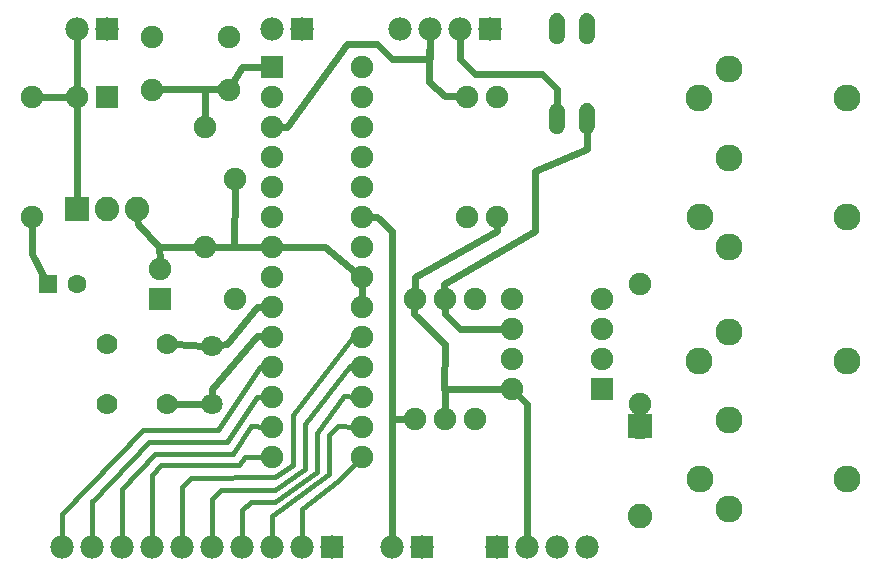
<source format=gtl>
G04 MADE WITH FRITZING*
G04 WWW.FRITZING.ORG*
G04 DOUBLE SIDED*
G04 HOLES PLATED*
G04 CONTOUR ON CENTER OF CONTOUR VECTOR*
%ASAXBY*%
%FSLAX23Y23*%
%MOIN*%
%OFA0B0*%
%SFA1.0B1.0*%
%ADD10C,0.075000*%
%ADD11C,0.062992*%
%ADD12C,0.078000*%
%ADD13C,0.070000*%
%ADD14C,0.070925*%
%ADD15C,0.070866*%
%ADD16C,0.082000*%
%ADD17C,0.090000*%
%ADD18C,0.052000*%
%ADD19R,0.062992X0.062992*%
%ADD20R,0.078000X0.078000*%
%ADD21R,0.075000X0.075000*%
%ADD22R,0.082000X0.082000*%
%ADD23C,0.024000*%
%ADD24C,0.016000*%
%ADD25R,0.001000X0.001000*%
%LNCOPPER1*%
G90*
G70*
G54D10*
X786Y910D03*
X786Y1310D03*
X111Y1185D03*
X111Y1585D03*
G54D11*
X162Y960D03*
X261Y960D03*
G54D12*
X1011Y1810D03*
X911Y1810D03*
X1661Y85D03*
X1761Y85D03*
X1861Y85D03*
X1961Y85D03*
G54D10*
X910Y1684D03*
X1210Y1684D03*
X910Y1584D03*
X1210Y1584D03*
X910Y1484D03*
X1210Y1484D03*
X910Y1384D03*
X1210Y1384D03*
X910Y1284D03*
X1210Y1284D03*
X910Y1184D03*
X1210Y1184D03*
X910Y1084D03*
X1210Y1084D03*
X910Y984D03*
X1210Y984D03*
X910Y884D03*
X1210Y884D03*
X910Y784D03*
X1210Y784D03*
X910Y684D03*
X1210Y684D03*
X910Y584D03*
X1210Y584D03*
X910Y484D03*
X1210Y484D03*
X910Y384D03*
X1210Y384D03*
G54D13*
X561Y760D03*
X361Y760D03*
X561Y560D03*
X361Y560D03*
G54D10*
X686Y1085D03*
X686Y1485D03*
X767Y1608D03*
X511Y1608D03*
X767Y1785D03*
X511Y1785D03*
G54D14*
X711Y753D03*
G54D15*
X711Y560D03*
G54D16*
X261Y1210D03*
X361Y1210D03*
X461Y1210D03*
G54D10*
X361Y1585D03*
X261Y1585D03*
X536Y910D03*
X536Y1010D03*
G54D12*
X361Y1810D03*
X261Y1810D03*
X1636Y1810D03*
X1536Y1810D03*
X1436Y1810D03*
X1336Y1810D03*
X1411Y85D03*
X1311Y85D03*
G54D10*
X1386Y910D03*
X1386Y510D03*
G54D12*
X1111Y85D03*
X1011Y85D03*
X911Y85D03*
X811Y85D03*
X711Y85D03*
X611Y85D03*
X511Y85D03*
X411Y85D03*
X311Y85D03*
X211Y85D03*
G54D17*
X2435Y507D03*
X2435Y801D03*
X2435Y210D03*
X2336Y310D03*
X2335Y704D03*
X2828Y310D03*
X2828Y704D03*
X2435Y507D03*
X2435Y801D03*
X2435Y210D03*
X2336Y310D03*
X2335Y704D03*
X2828Y310D03*
X2828Y704D03*
X2435Y1382D03*
X2435Y1676D03*
X2435Y1085D03*
X2336Y1185D03*
X2335Y1579D03*
X2828Y1185D03*
X2828Y1579D03*
X2435Y1382D03*
X2435Y1676D03*
X2435Y1085D03*
X2336Y1185D03*
X2335Y1579D03*
X2828Y1185D03*
X2828Y1579D03*
G54D18*
X1861Y1510D03*
X1961Y1510D03*
X1961Y1810D03*
X1861Y1810D03*
X1861Y1510D03*
X1961Y1510D03*
X1961Y1810D03*
X1861Y1810D03*
G54D10*
X1561Y1185D03*
X1561Y1585D03*
X1661Y1185D03*
X1661Y1585D03*
X2011Y610D03*
X1711Y610D03*
X2011Y710D03*
X1711Y710D03*
X2011Y810D03*
X1711Y810D03*
X2011Y910D03*
X1711Y910D03*
X1586Y510D03*
X1586Y910D03*
X1486Y510D03*
X1486Y910D03*
G54D16*
X2136Y485D03*
X2136Y187D03*
G54D10*
X2136Y960D03*
X2136Y560D03*
G54D19*
X162Y960D03*
G54D20*
X1011Y1810D03*
X1661Y85D03*
G54D21*
X910Y1684D03*
G54D22*
X261Y1210D03*
G54D21*
X361Y1585D03*
X536Y910D03*
G54D20*
X361Y1810D03*
X1636Y1810D03*
X1411Y85D03*
X1111Y85D03*
G54D21*
X2011Y610D03*
G54D22*
X2136Y486D03*
G54D23*
X785Y1085D02*
X786Y1282D01*
D02*
X882Y1084D02*
X785Y1085D01*
D02*
X761Y1611D02*
X740Y1619D01*
D02*
X261Y1242D02*
X260Y1511D01*
D02*
X260Y1511D02*
X261Y1557D01*
D02*
X261Y1614D02*
X261Y1780D01*
D02*
X111Y1160D02*
X111Y1157D01*
D02*
X110Y1060D02*
X111Y1160D01*
D02*
X150Y984D02*
X110Y1060D01*
D02*
X232Y1585D02*
X139Y1585D01*
D02*
X1486Y861D02*
X1536Y811D01*
D02*
X1536Y811D02*
X1682Y810D01*
D02*
X1486Y882D02*
X1486Y861D01*
D02*
X1311Y510D02*
X1357Y510D01*
D02*
X1311Y334D02*
X1311Y386D01*
D02*
X1311Y386D02*
X1311Y510D01*
D02*
X1311Y115D02*
X1311Y334D01*
D02*
X1485Y960D02*
X1485Y939D01*
D02*
X1386Y985D02*
X1661Y1136D01*
D02*
X1661Y1136D02*
X1661Y1157D01*
D02*
X1786Y1136D02*
X1485Y960D01*
D02*
X1386Y939D02*
X1386Y985D01*
D02*
X1261Y1184D02*
X1310Y1136D01*
D02*
X1311Y510D02*
X1357Y510D01*
D02*
X1311Y936D02*
X1311Y510D01*
D02*
X1310Y1136D02*
X1311Y936D01*
D02*
X1239Y1184D02*
X1261Y1184D01*
D02*
X1961Y1410D02*
X1786Y1336D01*
D02*
X1786Y1336D02*
X1786Y1136D01*
D02*
X1961Y1483D02*
X1961Y1410D01*
D02*
X1587Y1661D02*
X1536Y1710D01*
D02*
X1861Y1610D02*
X1811Y1661D01*
D02*
X1811Y1661D02*
X1587Y1661D01*
D02*
X1536Y1710D02*
X1536Y1780D01*
D02*
X1861Y1537D02*
X1861Y1610D01*
D02*
X1260Y1761D02*
X1160Y1761D01*
D02*
X1311Y1710D02*
X1260Y1761D01*
D02*
X1435Y1710D02*
X1311Y1710D01*
D02*
X1486Y1586D02*
X1435Y1635D01*
D02*
X1435Y1635D02*
X1436Y1780D01*
D02*
X960Y1485D02*
X939Y1484D01*
D02*
X1532Y1586D02*
X1486Y1586D01*
D02*
X1160Y1761D02*
X960Y1485D01*
D02*
X1436Y1780D02*
X1435Y1710D01*
D02*
X587Y759D02*
X684Y755D01*
D02*
X587Y560D02*
X684Y560D01*
D02*
X861Y786D02*
X882Y785D01*
D02*
X711Y611D02*
X861Y786D01*
D02*
X711Y587D02*
X711Y611D01*
D02*
X760Y761D02*
X737Y758D01*
D02*
X861Y885D02*
X760Y761D01*
D02*
X882Y885D02*
X861Y885D01*
G54D24*
D02*
X1011Y210D02*
X1011Y110D01*
D02*
X1130Y305D02*
X1011Y210D01*
D02*
X1194Y368D02*
X1130Y305D01*
D02*
X1101Y326D02*
X911Y186D01*
D02*
X911Y186D02*
X911Y110D01*
D02*
X1130Y486D02*
X1101Y456D01*
D02*
X1101Y456D02*
X1101Y326D01*
D02*
X1187Y484D02*
X1130Y486D01*
D02*
X810Y206D02*
X811Y135D01*
D02*
X920Y235D02*
X841Y235D01*
D02*
X841Y235D02*
X810Y206D01*
D02*
X1061Y335D02*
X920Y235D01*
D02*
X811Y135D02*
X811Y110D01*
D02*
X1060Y465D02*
X1061Y335D01*
D02*
X1151Y586D02*
X1060Y465D01*
D02*
X1187Y584D02*
X1151Y586D01*
D02*
X710Y135D02*
X710Y135D01*
D02*
X920Y275D02*
X1021Y345D01*
D02*
X741Y275D02*
X920Y275D01*
D02*
X711Y245D02*
X741Y275D01*
D02*
X710Y135D02*
X711Y245D01*
D02*
X1171Y686D02*
X1187Y685D01*
D02*
X1021Y495D02*
X1171Y686D01*
D02*
X1021Y345D02*
X1021Y495D01*
D02*
X711Y110D02*
X710Y135D01*
D02*
X980Y525D02*
X981Y356D01*
D02*
X611Y135D02*
X611Y110D01*
D02*
X611Y285D02*
X611Y135D01*
D02*
X920Y316D02*
X641Y315D01*
D02*
X641Y315D02*
X611Y285D01*
D02*
X981Y356D02*
X920Y316D01*
D02*
X1181Y785D02*
X980Y525D01*
D02*
X1187Y785D02*
X1181Y785D01*
G54D23*
D02*
X686Y1610D02*
X686Y1514D01*
D02*
X738Y1609D02*
X686Y1610D01*
D02*
X1760Y260D02*
X1761Y115D01*
D02*
X1760Y561D02*
X1760Y260D01*
D02*
X1731Y590D02*
X1760Y561D01*
D02*
X1210Y955D02*
X1210Y912D01*
D02*
X1086Y1084D02*
X939Y1084D01*
D02*
X1188Y1002D02*
X1086Y1084D01*
D02*
X810Y1685D02*
X781Y1633D01*
D02*
X882Y1684D02*
X810Y1685D01*
D02*
X462Y1161D02*
X461Y1178D01*
D02*
X535Y1085D02*
X462Y1161D01*
D02*
X536Y1039D02*
X535Y1085D01*
D02*
X535Y1085D02*
X657Y1085D01*
D02*
X536Y1039D02*
X535Y1085D01*
D02*
X882Y1084D02*
X714Y1085D01*
D02*
X535Y1611D02*
X686Y1610D01*
D02*
X761Y1611D02*
X740Y1619D01*
D02*
X686Y1610D02*
X761Y1611D01*
D02*
X539Y1611D02*
X535Y1611D01*
G54D24*
D02*
X871Y685D02*
X887Y685D01*
D02*
X731Y475D02*
X871Y685D01*
D02*
X211Y195D02*
X481Y475D01*
D02*
X481Y475D02*
X731Y475D01*
D02*
X211Y135D02*
X211Y195D01*
D02*
X211Y110D02*
X211Y135D01*
D02*
X861Y585D02*
X887Y584D01*
D02*
X761Y435D02*
X861Y585D01*
D02*
X500Y435D02*
X761Y435D01*
D02*
X311Y235D02*
X500Y435D01*
D02*
X311Y110D02*
X311Y236D01*
D02*
X521Y395D02*
X781Y395D01*
D02*
X840Y486D02*
X887Y484D01*
D02*
X781Y395D02*
X840Y486D01*
D02*
X410Y276D02*
X521Y395D01*
D02*
X411Y110D02*
X410Y276D01*
D02*
X800Y356D02*
X821Y385D01*
D02*
X821Y385D02*
X887Y384D01*
D02*
X540Y356D02*
X800Y356D01*
D02*
X511Y325D02*
X540Y356D01*
D02*
X511Y110D02*
X511Y325D01*
G54D23*
D02*
X1385Y861D02*
X1385Y882D01*
D02*
X1486Y760D02*
X1385Y861D01*
D02*
X1485Y610D02*
X1486Y760D01*
D02*
X1682Y610D02*
X1485Y610D01*
D02*
X1486Y610D02*
X1682Y610D01*
D02*
X1486Y539D02*
X1486Y610D01*
G54D25*
X1856Y1863D02*
X1864Y1863D01*
X1956Y1863D02*
X1963Y1863D01*
X1852Y1862D02*
X1868Y1862D01*
X1952Y1862D02*
X1967Y1862D01*
X1849Y1861D02*
X1870Y1861D01*
X1949Y1861D02*
X1970Y1861D01*
X1847Y1860D02*
X1872Y1860D01*
X1947Y1860D02*
X1972Y1860D01*
X1846Y1859D02*
X1874Y1859D01*
X1946Y1859D02*
X1974Y1859D01*
X1844Y1858D02*
X1875Y1858D01*
X1944Y1858D02*
X1975Y1858D01*
X1843Y1857D02*
X1876Y1857D01*
X1943Y1857D02*
X1976Y1857D01*
X1842Y1856D02*
X1877Y1856D01*
X1942Y1856D02*
X1977Y1856D01*
X1841Y1855D02*
X1878Y1855D01*
X1941Y1855D02*
X1978Y1855D01*
X1840Y1854D02*
X1879Y1854D01*
X1940Y1854D02*
X1979Y1854D01*
X1839Y1853D02*
X1880Y1853D01*
X1939Y1853D02*
X1980Y1853D01*
X1839Y1852D02*
X1881Y1852D01*
X1939Y1852D02*
X1981Y1852D01*
X1838Y1851D02*
X1881Y1851D01*
X1938Y1851D02*
X1981Y1851D01*
X1838Y1850D02*
X1882Y1850D01*
X1937Y1850D02*
X1982Y1850D01*
X1837Y1849D02*
X1882Y1849D01*
X1937Y1849D02*
X1982Y1849D01*
X1836Y1848D02*
X1883Y1848D01*
X1936Y1848D02*
X1983Y1848D01*
X1836Y1847D02*
X1883Y1847D01*
X1936Y1847D02*
X1983Y1847D01*
X1836Y1846D02*
X1884Y1846D01*
X1936Y1846D02*
X1984Y1846D01*
X1835Y1845D02*
X1884Y1845D01*
X1935Y1845D02*
X1984Y1845D01*
X1835Y1844D02*
X1884Y1844D01*
X1935Y1844D02*
X1984Y1844D01*
X1835Y1843D02*
X1885Y1843D01*
X1935Y1843D02*
X1985Y1843D01*
X1835Y1842D02*
X1885Y1842D01*
X1935Y1842D02*
X1985Y1842D01*
X1834Y1841D02*
X1885Y1841D01*
X1934Y1841D02*
X1985Y1841D01*
X1834Y1840D02*
X1885Y1840D01*
X1934Y1840D02*
X1985Y1840D01*
X1834Y1839D02*
X1885Y1839D01*
X1934Y1839D02*
X1985Y1839D01*
X1834Y1838D02*
X1885Y1838D01*
X1934Y1838D02*
X1985Y1838D01*
X1834Y1837D02*
X1885Y1837D01*
X1934Y1837D02*
X1985Y1837D01*
X1834Y1836D02*
X1885Y1836D01*
X1934Y1836D02*
X1985Y1836D01*
X1834Y1835D02*
X1885Y1835D01*
X1934Y1835D02*
X1985Y1835D01*
X1834Y1834D02*
X1885Y1834D01*
X1934Y1834D02*
X1985Y1834D01*
X1834Y1833D02*
X1885Y1833D01*
X1934Y1833D02*
X1985Y1833D01*
X1834Y1832D02*
X1885Y1832D01*
X1934Y1832D02*
X1985Y1832D01*
X1834Y1831D02*
X1885Y1831D01*
X1934Y1831D02*
X1985Y1831D01*
X1834Y1830D02*
X1885Y1830D01*
X1934Y1830D02*
X1985Y1830D01*
X1834Y1829D02*
X1885Y1829D01*
X1934Y1829D02*
X1985Y1829D01*
X1834Y1828D02*
X1885Y1828D01*
X1934Y1828D02*
X1985Y1828D01*
X1834Y1827D02*
X1856Y1827D01*
X1864Y1827D02*
X1885Y1827D01*
X1934Y1827D02*
X1956Y1827D01*
X1964Y1827D02*
X1985Y1827D01*
X1834Y1826D02*
X1853Y1826D01*
X1867Y1826D02*
X1885Y1826D01*
X1934Y1826D02*
X1953Y1826D01*
X1967Y1826D02*
X1985Y1826D01*
X1834Y1825D02*
X1851Y1825D01*
X1869Y1825D02*
X1885Y1825D01*
X1934Y1825D02*
X1951Y1825D01*
X1969Y1825D02*
X1985Y1825D01*
X1834Y1824D02*
X1849Y1824D01*
X1870Y1824D02*
X1885Y1824D01*
X1934Y1824D02*
X1949Y1824D01*
X1970Y1824D02*
X1985Y1824D01*
X1834Y1823D02*
X1848Y1823D01*
X1871Y1823D02*
X1885Y1823D01*
X1934Y1823D02*
X1948Y1823D01*
X1971Y1823D02*
X1985Y1823D01*
X1834Y1822D02*
X1847Y1822D01*
X1872Y1822D02*
X1885Y1822D01*
X1934Y1822D02*
X1947Y1822D01*
X1972Y1822D02*
X1985Y1822D01*
X1834Y1821D02*
X1846Y1821D01*
X1873Y1821D02*
X1885Y1821D01*
X1934Y1821D02*
X1946Y1821D01*
X1973Y1821D02*
X1985Y1821D01*
X1834Y1820D02*
X1846Y1820D01*
X1874Y1820D02*
X1885Y1820D01*
X1934Y1820D02*
X1946Y1820D01*
X1974Y1820D02*
X1985Y1820D01*
X1834Y1819D02*
X1845Y1819D01*
X1874Y1819D02*
X1885Y1819D01*
X1934Y1819D02*
X1945Y1819D01*
X1974Y1819D02*
X1985Y1819D01*
X1834Y1818D02*
X1845Y1818D01*
X1875Y1818D02*
X1885Y1818D01*
X1934Y1818D02*
X1945Y1818D01*
X1975Y1818D02*
X1985Y1818D01*
X1834Y1817D02*
X1844Y1817D01*
X1875Y1817D02*
X1885Y1817D01*
X1934Y1817D02*
X1944Y1817D01*
X1975Y1817D02*
X1985Y1817D01*
X1834Y1816D02*
X1844Y1816D01*
X1876Y1816D02*
X1885Y1816D01*
X1934Y1816D02*
X1944Y1816D01*
X1976Y1816D02*
X1985Y1816D01*
X1834Y1815D02*
X1844Y1815D01*
X1876Y1815D02*
X1885Y1815D01*
X1934Y1815D02*
X1944Y1815D01*
X1976Y1815D02*
X1985Y1815D01*
X1834Y1814D02*
X1843Y1814D01*
X1876Y1814D02*
X1885Y1814D01*
X1934Y1814D02*
X1943Y1814D01*
X1976Y1814D02*
X1985Y1814D01*
X1834Y1813D02*
X1843Y1813D01*
X1876Y1813D02*
X1885Y1813D01*
X1934Y1813D02*
X1943Y1813D01*
X1976Y1813D02*
X1985Y1813D01*
X1834Y1812D02*
X1843Y1812D01*
X1876Y1812D02*
X1885Y1812D01*
X1934Y1812D02*
X1943Y1812D01*
X1976Y1812D02*
X1985Y1812D01*
X1834Y1811D02*
X1843Y1811D01*
X1876Y1811D02*
X1885Y1811D01*
X1934Y1811D02*
X1943Y1811D01*
X1976Y1811D02*
X1985Y1811D01*
X1834Y1810D02*
X1843Y1810D01*
X1876Y1810D02*
X1885Y1810D01*
X1934Y1810D02*
X1943Y1810D01*
X1976Y1810D02*
X1985Y1810D01*
X1834Y1809D02*
X1843Y1809D01*
X1876Y1809D02*
X1885Y1809D01*
X1934Y1809D02*
X1943Y1809D01*
X1976Y1809D02*
X1985Y1809D01*
X1834Y1808D02*
X1844Y1808D01*
X1876Y1808D02*
X1885Y1808D01*
X1934Y1808D02*
X1944Y1808D01*
X1976Y1808D02*
X1985Y1808D01*
X1834Y1807D02*
X1844Y1807D01*
X1876Y1807D02*
X1885Y1807D01*
X1934Y1807D02*
X1944Y1807D01*
X1976Y1807D02*
X1985Y1807D01*
X1834Y1806D02*
X1844Y1806D01*
X1875Y1806D02*
X1885Y1806D01*
X1934Y1806D02*
X1944Y1806D01*
X1975Y1806D02*
X1985Y1806D01*
X1834Y1805D02*
X1845Y1805D01*
X1875Y1805D02*
X1885Y1805D01*
X1934Y1805D02*
X1945Y1805D01*
X1975Y1805D02*
X1985Y1805D01*
X1834Y1804D02*
X1845Y1804D01*
X1874Y1804D02*
X1885Y1804D01*
X1934Y1804D02*
X1945Y1804D01*
X1974Y1804D02*
X1985Y1804D01*
X1834Y1803D02*
X1846Y1803D01*
X1874Y1803D02*
X1885Y1803D01*
X1934Y1803D02*
X1946Y1803D01*
X1974Y1803D02*
X1985Y1803D01*
X1834Y1802D02*
X1846Y1802D01*
X1873Y1802D02*
X1885Y1802D01*
X1934Y1802D02*
X1946Y1802D01*
X1973Y1802D02*
X1985Y1802D01*
X1834Y1801D02*
X1847Y1801D01*
X1872Y1801D02*
X1885Y1801D01*
X1934Y1801D02*
X1947Y1801D01*
X1972Y1801D02*
X1985Y1801D01*
X1834Y1800D02*
X1848Y1800D01*
X1871Y1800D02*
X1885Y1800D01*
X1934Y1800D02*
X1948Y1800D01*
X1971Y1800D02*
X1985Y1800D01*
X1834Y1799D02*
X1849Y1799D01*
X1870Y1799D02*
X1885Y1799D01*
X1934Y1799D02*
X1949Y1799D01*
X1970Y1799D02*
X1985Y1799D01*
X1834Y1798D02*
X1850Y1798D01*
X1869Y1798D02*
X1885Y1798D01*
X1934Y1798D02*
X1950Y1798D01*
X1969Y1798D02*
X1985Y1798D01*
X1834Y1797D02*
X1852Y1797D01*
X1867Y1797D02*
X1885Y1797D01*
X1934Y1797D02*
X1952Y1797D01*
X1967Y1797D02*
X1985Y1797D01*
X1834Y1796D02*
X1855Y1796D01*
X1865Y1796D02*
X1885Y1796D01*
X1934Y1796D02*
X1955Y1796D01*
X1965Y1796D02*
X1985Y1796D01*
X1834Y1795D02*
X1885Y1795D01*
X1934Y1795D02*
X1985Y1795D01*
X1834Y1794D02*
X1885Y1794D01*
X1934Y1794D02*
X1985Y1794D01*
X1834Y1793D02*
X1885Y1793D01*
X1934Y1793D02*
X1985Y1793D01*
X1834Y1792D02*
X1885Y1792D01*
X1934Y1792D02*
X1985Y1792D01*
X1834Y1791D02*
X1885Y1791D01*
X1934Y1791D02*
X1985Y1791D01*
X1834Y1790D02*
X1885Y1790D01*
X1934Y1790D02*
X1985Y1790D01*
X1834Y1789D02*
X1885Y1789D01*
X1934Y1789D02*
X1985Y1789D01*
X1834Y1788D02*
X1885Y1788D01*
X1934Y1788D02*
X1985Y1788D01*
X1834Y1787D02*
X1885Y1787D01*
X1934Y1787D02*
X1985Y1787D01*
X1834Y1786D02*
X1885Y1786D01*
X1934Y1786D02*
X1985Y1786D01*
X1834Y1785D02*
X1885Y1785D01*
X1934Y1785D02*
X1985Y1785D01*
X1834Y1784D02*
X1885Y1784D01*
X1934Y1784D02*
X1985Y1784D01*
X1834Y1783D02*
X1885Y1783D01*
X1934Y1783D02*
X1985Y1783D01*
X1834Y1782D02*
X1885Y1782D01*
X1934Y1782D02*
X1985Y1782D01*
X1835Y1781D02*
X1885Y1781D01*
X1935Y1781D02*
X1985Y1781D01*
X1835Y1780D02*
X1885Y1780D01*
X1935Y1780D02*
X1985Y1780D01*
X1835Y1779D02*
X1884Y1779D01*
X1935Y1779D02*
X1984Y1779D01*
X1835Y1778D02*
X1884Y1778D01*
X1935Y1778D02*
X1984Y1778D01*
X1836Y1777D02*
X1884Y1777D01*
X1936Y1777D02*
X1984Y1777D01*
X1836Y1776D02*
X1883Y1776D01*
X1936Y1776D02*
X1983Y1776D01*
X1836Y1775D02*
X1883Y1775D01*
X1936Y1775D02*
X1983Y1775D01*
X1837Y1774D02*
X1883Y1774D01*
X1937Y1774D02*
X1983Y1774D01*
X1837Y1773D02*
X1882Y1773D01*
X1937Y1773D02*
X1982Y1773D01*
X1838Y1772D02*
X1882Y1772D01*
X1938Y1772D02*
X1981Y1772D01*
X1839Y1771D02*
X1881Y1771D01*
X1939Y1771D02*
X1981Y1771D01*
X1839Y1770D02*
X1880Y1770D01*
X1939Y1770D02*
X1980Y1770D01*
X1840Y1769D02*
X1879Y1769D01*
X1940Y1769D02*
X1979Y1769D01*
X1841Y1768D02*
X1879Y1768D01*
X1941Y1768D02*
X1979Y1768D01*
X1842Y1767D02*
X1878Y1767D01*
X1942Y1767D02*
X1978Y1767D01*
X1843Y1766D02*
X1877Y1766D01*
X1943Y1766D02*
X1977Y1766D01*
X1844Y1765D02*
X1875Y1765D01*
X1944Y1765D02*
X1975Y1765D01*
X1845Y1764D02*
X1874Y1764D01*
X1945Y1764D02*
X1974Y1764D01*
X1847Y1763D02*
X1872Y1763D01*
X1947Y1763D02*
X1972Y1763D01*
X1849Y1762D02*
X1871Y1762D01*
X1949Y1762D02*
X1971Y1762D01*
X1851Y1761D02*
X1868Y1761D01*
X1951Y1761D02*
X1968Y1761D01*
X1855Y1760D02*
X1865Y1760D01*
X1955Y1760D02*
X1965Y1760D01*
X1855Y1563D02*
X1864Y1563D01*
X1955Y1563D02*
X1964Y1563D01*
X1852Y1562D02*
X1868Y1562D01*
X1952Y1562D02*
X1968Y1562D01*
X1849Y1561D02*
X1870Y1561D01*
X1949Y1561D02*
X1970Y1561D01*
X1847Y1560D02*
X1872Y1560D01*
X1947Y1560D02*
X1972Y1560D01*
X1846Y1559D02*
X1874Y1559D01*
X1946Y1559D02*
X1974Y1559D01*
X1844Y1558D02*
X1875Y1558D01*
X1944Y1558D02*
X1975Y1558D01*
X1843Y1557D02*
X1876Y1557D01*
X1943Y1557D02*
X1976Y1557D01*
X1842Y1556D02*
X1877Y1556D01*
X1942Y1556D02*
X1977Y1556D01*
X1841Y1555D02*
X1878Y1555D01*
X1941Y1555D02*
X1978Y1555D01*
X1840Y1554D02*
X1879Y1554D01*
X1940Y1554D02*
X1979Y1554D01*
X1839Y1553D02*
X1880Y1553D01*
X1939Y1553D02*
X1980Y1553D01*
X1839Y1552D02*
X1881Y1552D01*
X1939Y1552D02*
X1981Y1552D01*
X1838Y1551D02*
X1881Y1551D01*
X1938Y1551D02*
X1981Y1551D01*
X1837Y1550D02*
X1882Y1550D01*
X1937Y1550D02*
X1982Y1550D01*
X1837Y1549D02*
X1883Y1549D01*
X1937Y1549D02*
X1982Y1549D01*
X1836Y1548D02*
X1883Y1548D01*
X1936Y1548D02*
X1983Y1548D01*
X1836Y1547D02*
X1883Y1547D01*
X1936Y1547D02*
X1983Y1547D01*
X1836Y1546D02*
X1884Y1546D01*
X1936Y1546D02*
X1984Y1546D01*
X1835Y1545D02*
X1884Y1545D01*
X1935Y1545D02*
X1984Y1545D01*
X1835Y1544D02*
X1884Y1544D01*
X1935Y1544D02*
X1984Y1544D01*
X1835Y1543D02*
X1885Y1543D01*
X1935Y1543D02*
X1985Y1543D01*
X1835Y1542D02*
X1885Y1542D01*
X1935Y1542D02*
X1985Y1542D01*
X1834Y1541D02*
X1885Y1541D01*
X1934Y1541D02*
X1985Y1541D01*
X1834Y1540D02*
X1885Y1540D01*
X1934Y1540D02*
X1985Y1540D01*
X1834Y1539D02*
X1885Y1539D01*
X1934Y1539D02*
X1985Y1539D01*
X1834Y1538D02*
X1885Y1538D01*
X1934Y1538D02*
X1985Y1538D01*
X1834Y1537D02*
X1885Y1537D01*
X1934Y1537D02*
X1985Y1537D01*
X1834Y1536D02*
X1885Y1536D01*
X1934Y1536D02*
X1985Y1536D01*
X1834Y1535D02*
X1885Y1535D01*
X1934Y1535D02*
X1985Y1535D01*
X1834Y1534D02*
X1885Y1534D01*
X1934Y1534D02*
X1985Y1534D01*
X1834Y1533D02*
X1885Y1533D01*
X1934Y1533D02*
X1985Y1533D01*
X1834Y1532D02*
X1885Y1532D01*
X1934Y1532D02*
X1985Y1532D01*
X1834Y1531D02*
X1885Y1531D01*
X1934Y1531D02*
X1985Y1531D01*
X1834Y1530D02*
X1885Y1530D01*
X1934Y1530D02*
X1985Y1530D01*
X1834Y1529D02*
X1885Y1529D01*
X1934Y1529D02*
X1985Y1529D01*
X1834Y1528D02*
X1885Y1528D01*
X1934Y1528D02*
X1985Y1528D01*
X1834Y1527D02*
X1856Y1527D01*
X1864Y1527D02*
X1885Y1527D01*
X1934Y1527D02*
X1956Y1527D01*
X1964Y1527D02*
X1985Y1527D01*
X1834Y1526D02*
X1853Y1526D01*
X1867Y1526D02*
X1885Y1526D01*
X1934Y1526D02*
X1953Y1526D01*
X1967Y1526D02*
X1985Y1526D01*
X1834Y1525D02*
X1851Y1525D01*
X1869Y1525D02*
X1885Y1525D01*
X1934Y1525D02*
X1951Y1525D01*
X1969Y1525D02*
X1985Y1525D01*
X1834Y1524D02*
X1849Y1524D01*
X1870Y1524D02*
X1885Y1524D01*
X1934Y1524D02*
X1949Y1524D01*
X1970Y1524D02*
X1985Y1524D01*
X1834Y1523D02*
X1848Y1523D01*
X1871Y1523D02*
X1885Y1523D01*
X1934Y1523D02*
X1948Y1523D01*
X1971Y1523D02*
X1985Y1523D01*
X1834Y1522D02*
X1847Y1522D01*
X1872Y1522D02*
X1885Y1522D01*
X1934Y1522D02*
X1947Y1522D01*
X1972Y1522D02*
X1985Y1522D01*
X1834Y1521D02*
X1846Y1521D01*
X1873Y1521D02*
X1885Y1521D01*
X1934Y1521D02*
X1946Y1521D01*
X1973Y1521D02*
X1985Y1521D01*
X1834Y1520D02*
X1846Y1520D01*
X1874Y1520D02*
X1885Y1520D01*
X1934Y1520D02*
X1946Y1520D01*
X1974Y1520D02*
X1985Y1520D01*
X1834Y1519D02*
X1845Y1519D01*
X1874Y1519D02*
X1885Y1519D01*
X1934Y1519D02*
X1945Y1519D01*
X1974Y1519D02*
X1985Y1519D01*
X1834Y1518D02*
X1845Y1518D01*
X1875Y1518D02*
X1885Y1518D01*
X1934Y1518D02*
X1945Y1518D01*
X1975Y1518D02*
X1985Y1518D01*
X1834Y1517D02*
X1844Y1517D01*
X1875Y1517D02*
X1885Y1517D01*
X1934Y1517D02*
X1944Y1517D01*
X1975Y1517D02*
X1985Y1517D01*
X1834Y1516D02*
X1844Y1516D01*
X1876Y1516D02*
X1885Y1516D01*
X1934Y1516D02*
X1944Y1516D01*
X1976Y1516D02*
X1985Y1516D01*
X1834Y1515D02*
X1844Y1515D01*
X1876Y1515D02*
X1885Y1515D01*
X1934Y1515D02*
X1944Y1515D01*
X1976Y1515D02*
X1985Y1515D01*
X1834Y1514D02*
X1843Y1514D01*
X1876Y1514D02*
X1885Y1514D01*
X1934Y1514D02*
X1943Y1514D01*
X1976Y1514D02*
X1985Y1514D01*
X1834Y1513D02*
X1843Y1513D01*
X1876Y1513D02*
X1885Y1513D01*
X1934Y1513D02*
X1943Y1513D01*
X1976Y1513D02*
X1985Y1513D01*
X1834Y1512D02*
X1843Y1512D01*
X1876Y1512D02*
X1885Y1512D01*
X1934Y1512D02*
X1943Y1512D01*
X1976Y1512D02*
X1985Y1512D01*
X1834Y1511D02*
X1843Y1511D01*
X1876Y1511D02*
X1885Y1511D01*
X1934Y1511D02*
X1943Y1511D01*
X1976Y1511D02*
X1985Y1511D01*
X1834Y1510D02*
X1843Y1510D01*
X1876Y1510D02*
X1885Y1510D01*
X1934Y1510D02*
X1943Y1510D01*
X1976Y1510D02*
X1985Y1510D01*
X1834Y1509D02*
X1843Y1509D01*
X1876Y1509D02*
X1885Y1509D01*
X1934Y1509D02*
X1943Y1509D01*
X1976Y1509D02*
X1985Y1509D01*
X1834Y1508D02*
X1844Y1508D01*
X1876Y1508D02*
X1885Y1508D01*
X1934Y1508D02*
X1944Y1508D01*
X1976Y1508D02*
X1985Y1508D01*
X1834Y1507D02*
X1844Y1507D01*
X1876Y1507D02*
X1885Y1507D01*
X1934Y1507D02*
X1944Y1507D01*
X1976Y1507D02*
X1985Y1507D01*
X1834Y1506D02*
X1844Y1506D01*
X1875Y1506D02*
X1885Y1506D01*
X1934Y1506D02*
X1944Y1506D01*
X1975Y1506D02*
X1985Y1506D01*
X1834Y1505D02*
X1845Y1505D01*
X1875Y1505D02*
X1885Y1505D01*
X1934Y1505D02*
X1945Y1505D01*
X1975Y1505D02*
X1985Y1505D01*
X1834Y1504D02*
X1845Y1504D01*
X1874Y1504D02*
X1885Y1504D01*
X1934Y1504D02*
X1945Y1504D01*
X1974Y1504D02*
X1985Y1504D01*
X1834Y1503D02*
X1846Y1503D01*
X1874Y1503D02*
X1885Y1503D01*
X1934Y1503D02*
X1946Y1503D01*
X1974Y1503D02*
X1985Y1503D01*
X1834Y1502D02*
X1846Y1502D01*
X1873Y1502D02*
X1885Y1502D01*
X1934Y1502D02*
X1946Y1502D01*
X1973Y1502D02*
X1985Y1502D01*
X1834Y1501D02*
X1847Y1501D01*
X1872Y1501D02*
X1885Y1501D01*
X1934Y1501D02*
X1947Y1501D01*
X1972Y1501D02*
X1985Y1501D01*
X1834Y1500D02*
X1848Y1500D01*
X1871Y1500D02*
X1885Y1500D01*
X1934Y1500D02*
X1948Y1500D01*
X1971Y1500D02*
X1985Y1500D01*
X1834Y1499D02*
X1849Y1499D01*
X1870Y1499D02*
X1885Y1499D01*
X1934Y1499D02*
X1949Y1499D01*
X1970Y1499D02*
X1985Y1499D01*
X1834Y1498D02*
X1851Y1498D01*
X1869Y1498D02*
X1885Y1498D01*
X1934Y1498D02*
X1951Y1498D01*
X1969Y1498D02*
X1985Y1498D01*
X1834Y1497D02*
X1852Y1497D01*
X1867Y1497D02*
X1885Y1497D01*
X1934Y1497D02*
X1952Y1497D01*
X1967Y1497D02*
X1985Y1497D01*
X1834Y1496D02*
X1855Y1496D01*
X1864Y1496D02*
X1885Y1496D01*
X1934Y1496D02*
X1955Y1496D01*
X1964Y1496D02*
X1985Y1496D01*
X1834Y1495D02*
X1885Y1495D01*
X1934Y1495D02*
X1985Y1495D01*
X1834Y1494D02*
X1885Y1494D01*
X1934Y1494D02*
X1985Y1494D01*
X1834Y1493D02*
X1885Y1493D01*
X1934Y1493D02*
X1985Y1493D01*
X1834Y1492D02*
X1885Y1492D01*
X1934Y1492D02*
X1985Y1492D01*
X1834Y1491D02*
X1885Y1491D01*
X1934Y1491D02*
X1985Y1491D01*
X1834Y1490D02*
X1885Y1490D01*
X1934Y1490D02*
X1985Y1490D01*
X1834Y1489D02*
X1885Y1489D01*
X1934Y1489D02*
X1985Y1489D01*
X1834Y1488D02*
X1885Y1488D01*
X1934Y1488D02*
X1985Y1488D01*
X1834Y1487D02*
X1885Y1487D01*
X1934Y1487D02*
X1985Y1487D01*
X1834Y1486D02*
X1885Y1486D01*
X1934Y1486D02*
X1985Y1486D01*
X1834Y1485D02*
X1885Y1485D01*
X1934Y1485D02*
X1985Y1485D01*
X1834Y1484D02*
X1885Y1484D01*
X1934Y1484D02*
X1985Y1484D01*
X1834Y1483D02*
X1885Y1483D01*
X1934Y1483D02*
X1985Y1483D01*
X1834Y1482D02*
X1885Y1482D01*
X1934Y1482D02*
X1985Y1482D01*
X1835Y1481D02*
X1885Y1481D01*
X1935Y1481D02*
X1985Y1481D01*
X1835Y1480D02*
X1885Y1480D01*
X1935Y1480D02*
X1985Y1480D01*
X1835Y1479D02*
X1884Y1479D01*
X1935Y1479D02*
X1984Y1479D01*
X1835Y1478D02*
X1884Y1478D01*
X1935Y1478D02*
X1984Y1478D01*
X1836Y1477D02*
X1884Y1477D01*
X1936Y1477D02*
X1984Y1477D01*
X1836Y1476D02*
X1883Y1476D01*
X1936Y1476D02*
X1983Y1476D01*
X1836Y1475D02*
X1883Y1475D01*
X1936Y1475D02*
X1983Y1475D01*
X1837Y1474D02*
X1883Y1474D01*
X1937Y1474D02*
X1983Y1474D01*
X1837Y1473D02*
X1882Y1473D01*
X1937Y1473D02*
X1982Y1473D01*
X1838Y1472D02*
X1881Y1472D01*
X1938Y1472D02*
X1981Y1472D01*
X1839Y1471D02*
X1881Y1471D01*
X1939Y1471D02*
X1981Y1471D01*
X1839Y1470D02*
X1880Y1470D01*
X1939Y1470D02*
X1980Y1470D01*
X1840Y1469D02*
X1879Y1469D01*
X1940Y1469D02*
X1979Y1469D01*
X1841Y1468D02*
X1879Y1468D01*
X1941Y1468D02*
X1978Y1468D01*
X1842Y1467D02*
X1878Y1467D01*
X1942Y1467D02*
X1978Y1467D01*
X1843Y1466D02*
X1876Y1466D01*
X1943Y1466D02*
X1976Y1466D01*
X1844Y1465D02*
X1875Y1465D01*
X1944Y1465D02*
X1975Y1465D01*
X1846Y1464D02*
X1874Y1464D01*
X1946Y1464D02*
X1974Y1464D01*
X1847Y1463D02*
X1872Y1463D01*
X1947Y1463D02*
X1972Y1463D01*
X1849Y1462D02*
X1870Y1462D01*
X1949Y1462D02*
X1970Y1462D01*
X1851Y1461D02*
X1868Y1461D01*
X1951Y1461D02*
X1968Y1461D01*
X1855Y1460D02*
X1865Y1460D01*
X1955Y1460D02*
X1965Y1460D01*
D02*
G04 End of Copper1*
M02*
</source>
